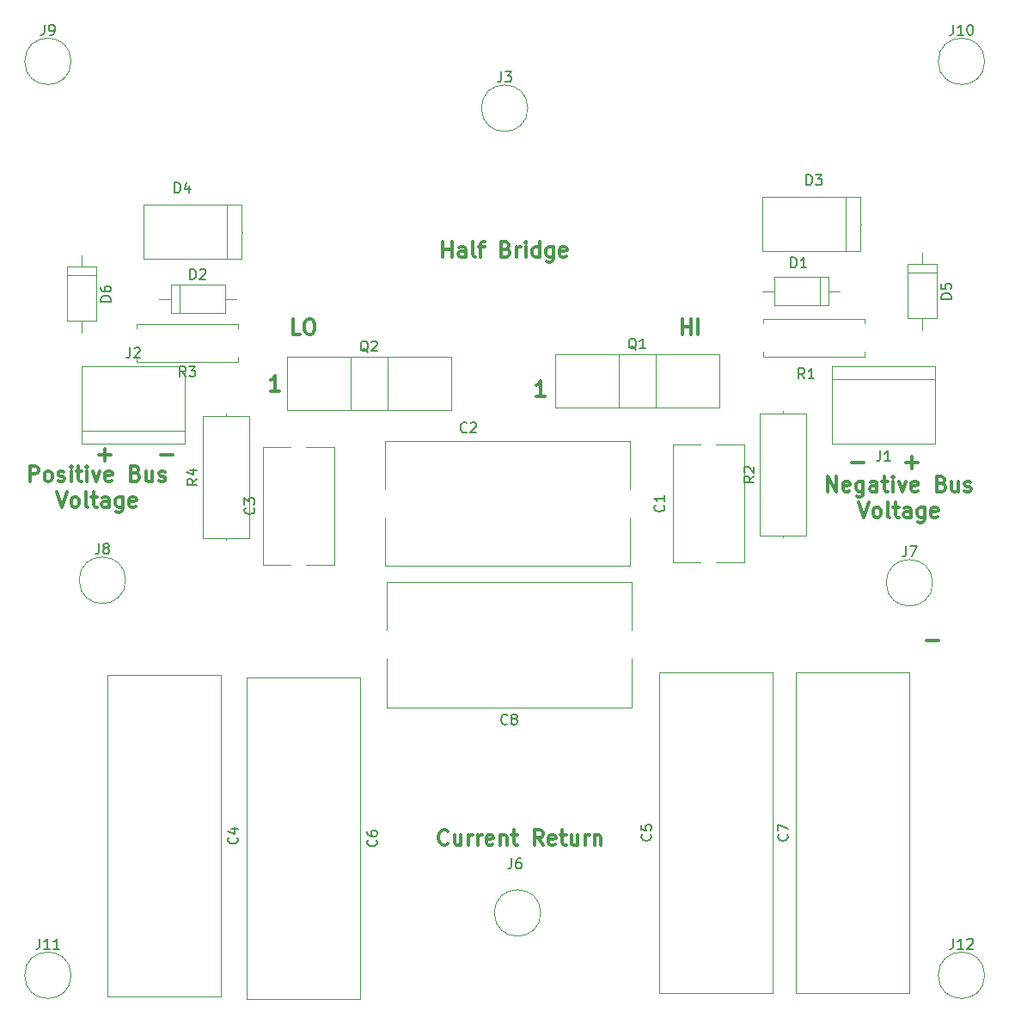
<source format=gbr>
G04 #@! TF.FileFunction,Legend,Top*
%FSLAX46Y46*%
G04 Gerber Fmt 4.6, Leading zero omitted, Abs format (unit mm)*
G04 Created by KiCad (PCBNEW 4.0.7) date 02/11/18 22:43:29*
%MOMM*%
%LPD*%
G01*
G04 APERTURE LIST*
%ADD10C,0.100000*%
%ADD11C,0.300000*%
%ADD12C,0.120000*%
%ADD13C,0.150000*%
G04 APERTURE END LIST*
D10*
D11*
X129222572Y-89515143D02*
X130365429Y-89515143D01*
X136588572Y-107041143D02*
X137731429Y-107041143D01*
X55054572Y-88753143D02*
X56197429Y-88753143D01*
X55626000Y-89324571D02*
X55626000Y-88181714D01*
X61150572Y-88753143D02*
X62293429Y-88753143D01*
X134556572Y-89515143D02*
X135699429Y-89515143D01*
X135128000Y-90086571D02*
X135128000Y-88943714D01*
X98980572Y-82974571D02*
X98123429Y-82974571D01*
X98552001Y-82974571D02*
X98552001Y-81474571D01*
X98409144Y-81688857D01*
X98266286Y-81831714D01*
X98123429Y-81903143D01*
X72818572Y-82466571D02*
X71961429Y-82466571D01*
X72390001Y-82466571D02*
X72390001Y-80966571D01*
X72247144Y-81180857D01*
X72104286Y-81323714D01*
X71961429Y-81395143D01*
X112498286Y-76878571D02*
X112498286Y-75378571D01*
X112498286Y-76092857D02*
X113355429Y-76092857D01*
X113355429Y-76878571D02*
X113355429Y-75378571D01*
X114069715Y-76878571D02*
X114069715Y-75378571D01*
X74862572Y-76878571D02*
X74148286Y-76878571D01*
X74148286Y-75378571D01*
X75648286Y-75378571D02*
X75934000Y-75378571D01*
X76076858Y-75450000D01*
X76219715Y-75592857D01*
X76291143Y-75878571D01*
X76291143Y-76378571D01*
X76219715Y-76664286D01*
X76076858Y-76807143D01*
X75934000Y-76878571D01*
X75648286Y-76878571D01*
X75505429Y-76807143D01*
X75362572Y-76664286D01*
X75291143Y-76378571D01*
X75291143Y-75878571D01*
X75362572Y-75592857D01*
X75505429Y-75450000D01*
X75648286Y-75378571D01*
X89412858Y-127027714D02*
X89341429Y-127099143D01*
X89127143Y-127170571D01*
X88984286Y-127170571D01*
X88770001Y-127099143D01*
X88627143Y-126956286D01*
X88555715Y-126813429D01*
X88484286Y-126527714D01*
X88484286Y-126313429D01*
X88555715Y-126027714D01*
X88627143Y-125884857D01*
X88770001Y-125742000D01*
X88984286Y-125670571D01*
X89127143Y-125670571D01*
X89341429Y-125742000D01*
X89412858Y-125813429D01*
X90698572Y-126170571D02*
X90698572Y-127170571D01*
X90055715Y-126170571D02*
X90055715Y-126956286D01*
X90127143Y-127099143D01*
X90270001Y-127170571D01*
X90484286Y-127170571D01*
X90627143Y-127099143D01*
X90698572Y-127027714D01*
X91412858Y-127170571D02*
X91412858Y-126170571D01*
X91412858Y-126456286D02*
X91484286Y-126313429D01*
X91555715Y-126242000D01*
X91698572Y-126170571D01*
X91841429Y-126170571D01*
X92341429Y-127170571D02*
X92341429Y-126170571D01*
X92341429Y-126456286D02*
X92412857Y-126313429D01*
X92484286Y-126242000D01*
X92627143Y-126170571D01*
X92770000Y-126170571D01*
X93841428Y-127099143D02*
X93698571Y-127170571D01*
X93412857Y-127170571D01*
X93270000Y-127099143D01*
X93198571Y-126956286D01*
X93198571Y-126384857D01*
X93270000Y-126242000D01*
X93412857Y-126170571D01*
X93698571Y-126170571D01*
X93841428Y-126242000D01*
X93912857Y-126384857D01*
X93912857Y-126527714D01*
X93198571Y-126670571D01*
X94555714Y-126170571D02*
X94555714Y-127170571D01*
X94555714Y-126313429D02*
X94627142Y-126242000D01*
X94770000Y-126170571D01*
X94984285Y-126170571D01*
X95127142Y-126242000D01*
X95198571Y-126384857D01*
X95198571Y-127170571D01*
X95698571Y-126170571D02*
X96270000Y-126170571D01*
X95912857Y-125670571D02*
X95912857Y-126956286D01*
X95984285Y-127099143D01*
X96127143Y-127170571D01*
X96270000Y-127170571D01*
X98770000Y-127170571D02*
X98270000Y-126456286D01*
X97912857Y-127170571D02*
X97912857Y-125670571D01*
X98484285Y-125670571D01*
X98627143Y-125742000D01*
X98698571Y-125813429D01*
X98770000Y-125956286D01*
X98770000Y-126170571D01*
X98698571Y-126313429D01*
X98627143Y-126384857D01*
X98484285Y-126456286D01*
X97912857Y-126456286D01*
X99984285Y-127099143D02*
X99841428Y-127170571D01*
X99555714Y-127170571D01*
X99412857Y-127099143D01*
X99341428Y-126956286D01*
X99341428Y-126384857D01*
X99412857Y-126242000D01*
X99555714Y-126170571D01*
X99841428Y-126170571D01*
X99984285Y-126242000D01*
X100055714Y-126384857D01*
X100055714Y-126527714D01*
X99341428Y-126670571D01*
X100484285Y-126170571D02*
X101055714Y-126170571D01*
X100698571Y-125670571D02*
X100698571Y-126956286D01*
X100769999Y-127099143D01*
X100912857Y-127170571D01*
X101055714Y-127170571D01*
X102198571Y-126170571D02*
X102198571Y-127170571D01*
X101555714Y-126170571D02*
X101555714Y-126956286D01*
X101627142Y-127099143D01*
X101770000Y-127170571D01*
X101984285Y-127170571D01*
X102127142Y-127099143D01*
X102198571Y-127027714D01*
X102912857Y-127170571D02*
X102912857Y-126170571D01*
X102912857Y-126456286D02*
X102984285Y-126313429D01*
X103055714Y-126242000D01*
X103198571Y-126170571D01*
X103341428Y-126170571D01*
X103841428Y-126170571D02*
X103841428Y-127170571D01*
X103841428Y-126313429D02*
X103912856Y-126242000D01*
X104055714Y-126170571D01*
X104269999Y-126170571D01*
X104412856Y-126242000D01*
X104484285Y-126384857D01*
X104484285Y-127170571D01*
X88924572Y-69258571D02*
X88924572Y-67758571D01*
X88924572Y-68472857D02*
X89781715Y-68472857D01*
X89781715Y-69258571D02*
X89781715Y-67758571D01*
X91138858Y-69258571D02*
X91138858Y-68472857D01*
X91067429Y-68330000D01*
X90924572Y-68258571D01*
X90638858Y-68258571D01*
X90496001Y-68330000D01*
X91138858Y-69187143D02*
X90996001Y-69258571D01*
X90638858Y-69258571D01*
X90496001Y-69187143D01*
X90424572Y-69044286D01*
X90424572Y-68901429D01*
X90496001Y-68758571D01*
X90638858Y-68687143D01*
X90996001Y-68687143D01*
X91138858Y-68615714D01*
X92067430Y-69258571D02*
X91924572Y-69187143D01*
X91853144Y-69044286D01*
X91853144Y-67758571D01*
X92424572Y-68258571D02*
X92996001Y-68258571D01*
X92638858Y-69258571D02*
X92638858Y-67972857D01*
X92710286Y-67830000D01*
X92853144Y-67758571D01*
X92996001Y-67758571D01*
X95138858Y-68472857D02*
X95353144Y-68544286D01*
X95424572Y-68615714D01*
X95496001Y-68758571D01*
X95496001Y-68972857D01*
X95424572Y-69115714D01*
X95353144Y-69187143D01*
X95210286Y-69258571D01*
X94638858Y-69258571D01*
X94638858Y-67758571D01*
X95138858Y-67758571D01*
X95281715Y-67830000D01*
X95353144Y-67901429D01*
X95424572Y-68044286D01*
X95424572Y-68187143D01*
X95353144Y-68330000D01*
X95281715Y-68401429D01*
X95138858Y-68472857D01*
X94638858Y-68472857D01*
X96138858Y-69258571D02*
X96138858Y-68258571D01*
X96138858Y-68544286D02*
X96210286Y-68401429D01*
X96281715Y-68330000D01*
X96424572Y-68258571D01*
X96567429Y-68258571D01*
X97067429Y-69258571D02*
X97067429Y-68258571D01*
X97067429Y-67758571D02*
X96996000Y-67830000D01*
X97067429Y-67901429D01*
X97138857Y-67830000D01*
X97067429Y-67758571D01*
X97067429Y-67901429D01*
X98424572Y-69258571D02*
X98424572Y-67758571D01*
X98424572Y-69187143D02*
X98281715Y-69258571D01*
X97996001Y-69258571D01*
X97853143Y-69187143D01*
X97781715Y-69115714D01*
X97710286Y-68972857D01*
X97710286Y-68544286D01*
X97781715Y-68401429D01*
X97853143Y-68330000D01*
X97996001Y-68258571D01*
X98281715Y-68258571D01*
X98424572Y-68330000D01*
X99781715Y-68258571D02*
X99781715Y-69472857D01*
X99710286Y-69615714D01*
X99638858Y-69687143D01*
X99496001Y-69758571D01*
X99281715Y-69758571D01*
X99138858Y-69687143D01*
X99781715Y-69187143D02*
X99638858Y-69258571D01*
X99353144Y-69258571D01*
X99210286Y-69187143D01*
X99138858Y-69115714D01*
X99067429Y-68972857D01*
X99067429Y-68544286D01*
X99138858Y-68401429D01*
X99210286Y-68330000D01*
X99353144Y-68258571D01*
X99638858Y-68258571D01*
X99781715Y-68330000D01*
X101067429Y-69187143D02*
X100924572Y-69258571D01*
X100638858Y-69258571D01*
X100496001Y-69187143D01*
X100424572Y-69044286D01*
X100424572Y-68472857D01*
X100496001Y-68330000D01*
X100638858Y-68258571D01*
X100924572Y-68258571D01*
X101067429Y-68330000D01*
X101138858Y-68472857D01*
X101138858Y-68615714D01*
X100424572Y-68758571D01*
X126822286Y-92367571D02*
X126822286Y-90867571D01*
X127679429Y-92367571D01*
X127679429Y-90867571D01*
X128965143Y-92296143D02*
X128822286Y-92367571D01*
X128536572Y-92367571D01*
X128393715Y-92296143D01*
X128322286Y-92153286D01*
X128322286Y-91581857D01*
X128393715Y-91439000D01*
X128536572Y-91367571D01*
X128822286Y-91367571D01*
X128965143Y-91439000D01*
X129036572Y-91581857D01*
X129036572Y-91724714D01*
X128322286Y-91867571D01*
X130322286Y-91367571D02*
X130322286Y-92581857D01*
X130250857Y-92724714D01*
X130179429Y-92796143D01*
X130036572Y-92867571D01*
X129822286Y-92867571D01*
X129679429Y-92796143D01*
X130322286Y-92296143D02*
X130179429Y-92367571D01*
X129893715Y-92367571D01*
X129750857Y-92296143D01*
X129679429Y-92224714D01*
X129608000Y-92081857D01*
X129608000Y-91653286D01*
X129679429Y-91510429D01*
X129750857Y-91439000D01*
X129893715Y-91367571D01*
X130179429Y-91367571D01*
X130322286Y-91439000D01*
X131679429Y-92367571D02*
X131679429Y-91581857D01*
X131608000Y-91439000D01*
X131465143Y-91367571D01*
X131179429Y-91367571D01*
X131036572Y-91439000D01*
X131679429Y-92296143D02*
X131536572Y-92367571D01*
X131179429Y-92367571D01*
X131036572Y-92296143D01*
X130965143Y-92153286D01*
X130965143Y-92010429D01*
X131036572Y-91867571D01*
X131179429Y-91796143D01*
X131536572Y-91796143D01*
X131679429Y-91724714D01*
X132179429Y-91367571D02*
X132750858Y-91367571D01*
X132393715Y-90867571D02*
X132393715Y-92153286D01*
X132465143Y-92296143D01*
X132608001Y-92367571D01*
X132750858Y-92367571D01*
X133250858Y-92367571D02*
X133250858Y-91367571D01*
X133250858Y-90867571D02*
X133179429Y-90939000D01*
X133250858Y-91010429D01*
X133322286Y-90939000D01*
X133250858Y-90867571D01*
X133250858Y-91010429D01*
X133822287Y-91367571D02*
X134179430Y-92367571D01*
X134536572Y-91367571D01*
X135679429Y-92296143D02*
X135536572Y-92367571D01*
X135250858Y-92367571D01*
X135108001Y-92296143D01*
X135036572Y-92153286D01*
X135036572Y-91581857D01*
X135108001Y-91439000D01*
X135250858Y-91367571D01*
X135536572Y-91367571D01*
X135679429Y-91439000D01*
X135750858Y-91581857D01*
X135750858Y-91724714D01*
X135036572Y-91867571D01*
X138036572Y-91581857D02*
X138250858Y-91653286D01*
X138322286Y-91724714D01*
X138393715Y-91867571D01*
X138393715Y-92081857D01*
X138322286Y-92224714D01*
X138250858Y-92296143D01*
X138108000Y-92367571D01*
X137536572Y-92367571D01*
X137536572Y-90867571D01*
X138036572Y-90867571D01*
X138179429Y-90939000D01*
X138250858Y-91010429D01*
X138322286Y-91153286D01*
X138322286Y-91296143D01*
X138250858Y-91439000D01*
X138179429Y-91510429D01*
X138036572Y-91581857D01*
X137536572Y-91581857D01*
X139679429Y-91367571D02*
X139679429Y-92367571D01*
X139036572Y-91367571D02*
X139036572Y-92153286D01*
X139108000Y-92296143D01*
X139250858Y-92367571D01*
X139465143Y-92367571D01*
X139608000Y-92296143D01*
X139679429Y-92224714D01*
X140322286Y-92296143D02*
X140465143Y-92367571D01*
X140750858Y-92367571D01*
X140893715Y-92296143D01*
X140965143Y-92153286D01*
X140965143Y-92081857D01*
X140893715Y-91939000D01*
X140750858Y-91867571D01*
X140536572Y-91867571D01*
X140393715Y-91796143D01*
X140322286Y-91653286D01*
X140322286Y-91581857D01*
X140393715Y-91439000D01*
X140536572Y-91367571D01*
X140750858Y-91367571D01*
X140893715Y-91439000D01*
X129858000Y-93417571D02*
X130358000Y-94917571D01*
X130858000Y-93417571D01*
X131572286Y-94917571D02*
X131429428Y-94846143D01*
X131358000Y-94774714D01*
X131286571Y-94631857D01*
X131286571Y-94203286D01*
X131358000Y-94060429D01*
X131429428Y-93989000D01*
X131572286Y-93917571D01*
X131786571Y-93917571D01*
X131929428Y-93989000D01*
X132000857Y-94060429D01*
X132072286Y-94203286D01*
X132072286Y-94631857D01*
X132000857Y-94774714D01*
X131929428Y-94846143D01*
X131786571Y-94917571D01*
X131572286Y-94917571D01*
X132929429Y-94917571D02*
X132786571Y-94846143D01*
X132715143Y-94703286D01*
X132715143Y-93417571D01*
X133286571Y-93917571D02*
X133858000Y-93917571D01*
X133500857Y-93417571D02*
X133500857Y-94703286D01*
X133572285Y-94846143D01*
X133715143Y-94917571D01*
X133858000Y-94917571D01*
X135000857Y-94917571D02*
X135000857Y-94131857D01*
X134929428Y-93989000D01*
X134786571Y-93917571D01*
X134500857Y-93917571D01*
X134358000Y-93989000D01*
X135000857Y-94846143D02*
X134858000Y-94917571D01*
X134500857Y-94917571D01*
X134358000Y-94846143D01*
X134286571Y-94703286D01*
X134286571Y-94560429D01*
X134358000Y-94417571D01*
X134500857Y-94346143D01*
X134858000Y-94346143D01*
X135000857Y-94274714D01*
X136358000Y-93917571D02*
X136358000Y-95131857D01*
X136286571Y-95274714D01*
X136215143Y-95346143D01*
X136072286Y-95417571D01*
X135858000Y-95417571D01*
X135715143Y-95346143D01*
X136358000Y-94846143D02*
X136215143Y-94917571D01*
X135929429Y-94917571D01*
X135786571Y-94846143D01*
X135715143Y-94774714D01*
X135643714Y-94631857D01*
X135643714Y-94203286D01*
X135715143Y-94060429D01*
X135786571Y-93989000D01*
X135929429Y-93917571D01*
X136215143Y-93917571D01*
X136358000Y-93989000D01*
X137643714Y-94846143D02*
X137500857Y-94917571D01*
X137215143Y-94917571D01*
X137072286Y-94846143D01*
X137000857Y-94703286D01*
X137000857Y-94131857D01*
X137072286Y-93989000D01*
X137215143Y-93917571D01*
X137500857Y-93917571D01*
X137643714Y-93989000D01*
X137715143Y-94131857D01*
X137715143Y-94274714D01*
X137000857Y-94417571D01*
X48221143Y-91351571D02*
X48221143Y-89851571D01*
X48792571Y-89851571D01*
X48935429Y-89923000D01*
X49006857Y-89994429D01*
X49078286Y-90137286D01*
X49078286Y-90351571D01*
X49006857Y-90494429D01*
X48935429Y-90565857D01*
X48792571Y-90637286D01*
X48221143Y-90637286D01*
X49935429Y-91351571D02*
X49792571Y-91280143D01*
X49721143Y-91208714D01*
X49649714Y-91065857D01*
X49649714Y-90637286D01*
X49721143Y-90494429D01*
X49792571Y-90423000D01*
X49935429Y-90351571D01*
X50149714Y-90351571D01*
X50292571Y-90423000D01*
X50364000Y-90494429D01*
X50435429Y-90637286D01*
X50435429Y-91065857D01*
X50364000Y-91208714D01*
X50292571Y-91280143D01*
X50149714Y-91351571D01*
X49935429Y-91351571D01*
X51006857Y-91280143D02*
X51149714Y-91351571D01*
X51435429Y-91351571D01*
X51578286Y-91280143D01*
X51649714Y-91137286D01*
X51649714Y-91065857D01*
X51578286Y-90923000D01*
X51435429Y-90851571D01*
X51221143Y-90851571D01*
X51078286Y-90780143D01*
X51006857Y-90637286D01*
X51006857Y-90565857D01*
X51078286Y-90423000D01*
X51221143Y-90351571D01*
X51435429Y-90351571D01*
X51578286Y-90423000D01*
X52292572Y-91351571D02*
X52292572Y-90351571D01*
X52292572Y-89851571D02*
X52221143Y-89923000D01*
X52292572Y-89994429D01*
X52364000Y-89923000D01*
X52292572Y-89851571D01*
X52292572Y-89994429D01*
X52792572Y-90351571D02*
X53364001Y-90351571D01*
X53006858Y-89851571D02*
X53006858Y-91137286D01*
X53078286Y-91280143D01*
X53221144Y-91351571D01*
X53364001Y-91351571D01*
X53864001Y-91351571D02*
X53864001Y-90351571D01*
X53864001Y-89851571D02*
X53792572Y-89923000D01*
X53864001Y-89994429D01*
X53935429Y-89923000D01*
X53864001Y-89851571D01*
X53864001Y-89994429D01*
X54435430Y-90351571D02*
X54792573Y-91351571D01*
X55149715Y-90351571D01*
X56292572Y-91280143D02*
X56149715Y-91351571D01*
X55864001Y-91351571D01*
X55721144Y-91280143D01*
X55649715Y-91137286D01*
X55649715Y-90565857D01*
X55721144Y-90423000D01*
X55864001Y-90351571D01*
X56149715Y-90351571D01*
X56292572Y-90423000D01*
X56364001Y-90565857D01*
X56364001Y-90708714D01*
X55649715Y-90851571D01*
X58649715Y-90565857D02*
X58864001Y-90637286D01*
X58935429Y-90708714D01*
X59006858Y-90851571D01*
X59006858Y-91065857D01*
X58935429Y-91208714D01*
X58864001Y-91280143D01*
X58721143Y-91351571D01*
X58149715Y-91351571D01*
X58149715Y-89851571D01*
X58649715Y-89851571D01*
X58792572Y-89923000D01*
X58864001Y-89994429D01*
X58935429Y-90137286D01*
X58935429Y-90280143D01*
X58864001Y-90423000D01*
X58792572Y-90494429D01*
X58649715Y-90565857D01*
X58149715Y-90565857D01*
X60292572Y-90351571D02*
X60292572Y-91351571D01*
X59649715Y-90351571D02*
X59649715Y-91137286D01*
X59721143Y-91280143D01*
X59864001Y-91351571D01*
X60078286Y-91351571D01*
X60221143Y-91280143D01*
X60292572Y-91208714D01*
X60935429Y-91280143D02*
X61078286Y-91351571D01*
X61364001Y-91351571D01*
X61506858Y-91280143D01*
X61578286Y-91137286D01*
X61578286Y-91065857D01*
X61506858Y-90923000D01*
X61364001Y-90851571D01*
X61149715Y-90851571D01*
X61006858Y-90780143D01*
X60935429Y-90637286D01*
X60935429Y-90565857D01*
X61006858Y-90423000D01*
X61149715Y-90351571D01*
X61364001Y-90351571D01*
X61506858Y-90423000D01*
X50864000Y-92401571D02*
X51364000Y-93901571D01*
X51864000Y-92401571D01*
X52578286Y-93901571D02*
X52435428Y-93830143D01*
X52364000Y-93758714D01*
X52292571Y-93615857D01*
X52292571Y-93187286D01*
X52364000Y-93044429D01*
X52435428Y-92973000D01*
X52578286Y-92901571D01*
X52792571Y-92901571D01*
X52935428Y-92973000D01*
X53006857Y-93044429D01*
X53078286Y-93187286D01*
X53078286Y-93615857D01*
X53006857Y-93758714D01*
X52935428Y-93830143D01*
X52792571Y-93901571D01*
X52578286Y-93901571D01*
X53935429Y-93901571D02*
X53792571Y-93830143D01*
X53721143Y-93687286D01*
X53721143Y-92401571D01*
X54292571Y-92901571D02*
X54864000Y-92901571D01*
X54506857Y-92401571D02*
X54506857Y-93687286D01*
X54578285Y-93830143D01*
X54721143Y-93901571D01*
X54864000Y-93901571D01*
X56006857Y-93901571D02*
X56006857Y-93115857D01*
X55935428Y-92973000D01*
X55792571Y-92901571D01*
X55506857Y-92901571D01*
X55364000Y-92973000D01*
X56006857Y-93830143D02*
X55864000Y-93901571D01*
X55506857Y-93901571D01*
X55364000Y-93830143D01*
X55292571Y-93687286D01*
X55292571Y-93544429D01*
X55364000Y-93401571D01*
X55506857Y-93330143D01*
X55864000Y-93330143D01*
X56006857Y-93258714D01*
X57364000Y-92901571D02*
X57364000Y-94115857D01*
X57292571Y-94258714D01*
X57221143Y-94330143D01*
X57078286Y-94401571D01*
X56864000Y-94401571D01*
X56721143Y-94330143D01*
X57364000Y-93830143D02*
X57221143Y-93901571D01*
X56935429Y-93901571D01*
X56792571Y-93830143D01*
X56721143Y-93758714D01*
X56649714Y-93615857D01*
X56649714Y-93187286D01*
X56721143Y-93044429D01*
X56792571Y-92973000D01*
X56935429Y-92901571D01*
X57221143Y-92901571D01*
X57364000Y-92973000D01*
X58649714Y-93830143D02*
X58506857Y-93901571D01*
X58221143Y-93901571D01*
X58078286Y-93830143D01*
X58006857Y-93687286D01*
X58006857Y-93115857D01*
X58078286Y-92973000D01*
X58221143Y-92901571D01*
X58506857Y-92901571D01*
X58649714Y-92973000D01*
X58721143Y-93115857D01*
X58721143Y-93258714D01*
X58006857Y-93401571D01*
D12*
X127254000Y-81280000D02*
X137414000Y-81280000D01*
X127254000Y-80010000D02*
X127254000Y-87630000D01*
X127254000Y-87630000D02*
X137414000Y-87630000D01*
X137414000Y-87630000D02*
X137414000Y-80010000D01*
X137414000Y-80010000D02*
X127254000Y-80010000D01*
X111552000Y-99362000D02*
X111552000Y-87742000D01*
X118572000Y-99362000D02*
X118572000Y-87742000D01*
X111552000Y-99362000D02*
X114312000Y-99362000D01*
X115812000Y-99362000D02*
X118572000Y-99362000D01*
X111552000Y-87742000D02*
X114312000Y-87742000D01*
X115812000Y-87742000D02*
X118572000Y-87742000D01*
X107306000Y-99704000D02*
X83186000Y-99704000D01*
X107306000Y-87384000D02*
X83186000Y-87384000D01*
X107306000Y-99704000D02*
X107306000Y-94939000D01*
X107306000Y-92149000D02*
X107306000Y-87384000D01*
X83186000Y-99704000D02*
X83186000Y-94939000D01*
X83186000Y-92149000D02*
X83186000Y-87384000D01*
X71166000Y-99616000D02*
X71166000Y-87996000D01*
X78186000Y-99616000D02*
X78186000Y-87996000D01*
X71166000Y-99616000D02*
X73926000Y-99616000D01*
X75426000Y-99616000D02*
X78186000Y-99616000D01*
X71166000Y-87996000D02*
X73926000Y-87996000D01*
X75426000Y-87996000D02*
X78186000Y-87996000D01*
X63500000Y-86360000D02*
X53340000Y-86360000D01*
X63500000Y-87630000D02*
X63500000Y-80010000D01*
X63500000Y-80010000D02*
X53340000Y-80010000D01*
X53340000Y-80010000D02*
X53340000Y-87630000D01*
X53340000Y-87630000D02*
X63500000Y-87630000D01*
X97282000Y-54610000D02*
G75*
G03X97282000Y-54610000I-2286000J0D01*
G01*
X98552000Y-133858000D02*
G75*
G03X98552000Y-133858000I-2286000J0D01*
G01*
X137160000Y-101346000D02*
G75*
G03X137160000Y-101346000I-2286000J0D01*
G01*
X57658000Y-101092000D02*
G75*
G03X57658000Y-101092000I-2286000J0D01*
G01*
X99996000Y-78829000D02*
X116136000Y-78829000D01*
X99996000Y-84100000D02*
X116136000Y-84100000D01*
X99996000Y-78829000D02*
X99996000Y-84100000D01*
X116136000Y-78829000D02*
X116136000Y-84100000D01*
X106262000Y-78829000D02*
X106262000Y-84100000D01*
X109871000Y-78829000D02*
X109871000Y-84100000D01*
X73580000Y-79083000D02*
X89720000Y-79083000D01*
X73580000Y-84354000D02*
X89720000Y-84354000D01*
X73580000Y-79083000D02*
X73580000Y-84354000D01*
X89720000Y-79083000D02*
X89720000Y-84354000D01*
X79846000Y-79083000D02*
X79846000Y-84354000D01*
X83455000Y-79083000D02*
X83455000Y-84354000D01*
X120118000Y-96688000D02*
X124738000Y-96688000D01*
X124738000Y-96688000D02*
X124738000Y-84668000D01*
X124738000Y-84668000D02*
X120118000Y-84668000D01*
X120118000Y-84668000D02*
X120118000Y-96688000D01*
X122428000Y-96918000D02*
X122428000Y-96688000D01*
X122428000Y-84438000D02*
X122428000Y-84668000D01*
X65254000Y-96942000D02*
X69874000Y-96942000D01*
X69874000Y-96942000D02*
X69874000Y-84922000D01*
X69874000Y-84922000D02*
X65254000Y-84922000D01*
X65254000Y-84922000D02*
X65254000Y-96942000D01*
X67564000Y-97172000D02*
X67564000Y-96942000D01*
X67564000Y-84692000D02*
X67564000Y-84922000D01*
X52286000Y-50000000D02*
G75*
G03X52286000Y-50000000I-2286000J0D01*
G01*
X142286000Y-50000000D02*
G75*
G03X142286000Y-50000000I-2286000J0D01*
G01*
X52286000Y-140000000D02*
G75*
G03X52286000Y-140000000I-2286000J0D01*
G01*
X142286000Y-140000000D02*
G75*
G03X142286000Y-140000000I-2286000J0D01*
G01*
X54750000Y-70238000D02*
X51930000Y-70238000D01*
X51930000Y-70238000D02*
X51930000Y-75558000D01*
X51930000Y-75558000D02*
X54750000Y-75558000D01*
X54750000Y-75558000D02*
X54750000Y-70238000D01*
X53340000Y-69098000D02*
X53340000Y-70238000D01*
X53340000Y-76698000D02*
X53340000Y-75558000D01*
X54750000Y-71078000D02*
X51930000Y-71078000D01*
X137554000Y-69984000D02*
X134734000Y-69984000D01*
X134734000Y-69984000D02*
X134734000Y-75304000D01*
X134734000Y-75304000D02*
X137554000Y-75304000D01*
X137554000Y-75304000D02*
X137554000Y-69984000D01*
X136144000Y-68844000D02*
X136144000Y-69984000D01*
X136144000Y-76444000D02*
X136144000Y-75304000D01*
X137554000Y-70824000D02*
X134734000Y-70824000D01*
X107490000Y-113602000D02*
X83370000Y-113602000D01*
X107490000Y-101282000D02*
X83370000Y-101282000D01*
X107490000Y-113602000D02*
X107490000Y-108837000D01*
X107490000Y-106047000D02*
X107490000Y-101282000D01*
X83370000Y-113602000D02*
X83370000Y-108837000D01*
X83370000Y-106047000D02*
X83370000Y-101282000D01*
X126866000Y-74054000D02*
X126866000Y-71234000D01*
X126866000Y-71234000D02*
X121546000Y-71234000D01*
X121546000Y-71234000D02*
X121546000Y-74054000D01*
X121546000Y-74054000D02*
X126866000Y-74054000D01*
X128006000Y-72644000D02*
X126866000Y-72644000D01*
X120406000Y-72644000D02*
X121546000Y-72644000D01*
X126026000Y-74054000D02*
X126026000Y-71234000D01*
X62110000Y-71996000D02*
X62110000Y-74816000D01*
X62110000Y-74816000D02*
X67430000Y-74816000D01*
X67430000Y-74816000D02*
X67430000Y-71996000D01*
X67430000Y-71996000D02*
X62110000Y-71996000D01*
X60970000Y-73406000D02*
X62110000Y-73406000D01*
X68570000Y-73406000D02*
X67430000Y-73406000D01*
X62950000Y-71996000D02*
X62950000Y-74816000D01*
X120466000Y-75836000D02*
X120466000Y-75356000D01*
X120466000Y-75356000D02*
X130486000Y-75356000D01*
X130486000Y-75356000D02*
X130486000Y-75836000D01*
X120466000Y-78596000D02*
X120466000Y-79076000D01*
X120466000Y-79076000D02*
X130486000Y-79076000D01*
X130486000Y-79076000D02*
X130486000Y-78596000D01*
X68764000Y-79104000D02*
X68764000Y-79584000D01*
X68764000Y-79584000D02*
X58744000Y-79584000D01*
X58744000Y-79584000D02*
X58744000Y-79104000D01*
X68764000Y-76344000D02*
X68764000Y-75864000D01*
X68764000Y-75864000D02*
X58744000Y-75864000D01*
X58744000Y-75864000D02*
X58744000Y-76344000D01*
X67028000Y-110462000D02*
X67028000Y-142082000D01*
X55908000Y-110462000D02*
X55908000Y-142082000D01*
X67028000Y-110462000D02*
X55908000Y-110462000D01*
X67028000Y-142082000D02*
X55908000Y-142082000D01*
X110264000Y-141760000D02*
X110264000Y-110140000D01*
X121384000Y-141760000D02*
X121384000Y-110140000D01*
X110264000Y-141760000D02*
X121384000Y-141760000D01*
X110264000Y-110140000D02*
X121384000Y-110140000D01*
X80744000Y-110716000D02*
X80744000Y-142336000D01*
X69624000Y-110716000D02*
X69624000Y-142336000D01*
X80744000Y-110716000D02*
X69624000Y-110716000D01*
X80744000Y-142336000D02*
X69624000Y-142336000D01*
X123726000Y-141760000D02*
X123726000Y-110140000D01*
X134846000Y-141760000D02*
X134846000Y-110140000D01*
X123726000Y-141760000D02*
X134846000Y-141760000D01*
X123726000Y-110140000D02*
X134846000Y-110140000D01*
X130047000Y-68705000D02*
X130047000Y-63375000D01*
X130047000Y-63375000D02*
X120397000Y-63375000D01*
X120397000Y-63375000D02*
X120397000Y-68705000D01*
X120397000Y-68705000D02*
X130047000Y-68705000D01*
X130092000Y-66040000D02*
X130047000Y-66040000D01*
X120352000Y-66040000D02*
X120397000Y-66040000D01*
X128557500Y-68705000D02*
X128557500Y-63375000D01*
X69087000Y-69467000D02*
X69087000Y-64137000D01*
X69087000Y-64137000D02*
X59437000Y-64137000D01*
X59437000Y-64137000D02*
X59437000Y-69467000D01*
X59437000Y-69467000D02*
X69087000Y-69467000D01*
X69132000Y-66802000D02*
X69087000Y-66802000D01*
X59392000Y-66802000D02*
X59437000Y-66802000D01*
X67597500Y-69467000D02*
X67597500Y-64137000D01*
D13*
X132000667Y-88352381D02*
X132000667Y-89066667D01*
X131953047Y-89209524D01*
X131857809Y-89304762D01*
X131714952Y-89352381D01*
X131619714Y-89352381D01*
X133000667Y-89352381D02*
X132429238Y-89352381D01*
X132714952Y-89352381D02*
X132714952Y-88352381D01*
X132619714Y-88495238D01*
X132524476Y-88590476D01*
X132429238Y-88638095D01*
X110659143Y-93718666D02*
X110706762Y-93766285D01*
X110754381Y-93909142D01*
X110754381Y-94004380D01*
X110706762Y-94147238D01*
X110611524Y-94242476D01*
X110516286Y-94290095D01*
X110325810Y-94337714D01*
X110182952Y-94337714D01*
X109992476Y-94290095D01*
X109897238Y-94242476D01*
X109802000Y-94147238D01*
X109754381Y-94004380D01*
X109754381Y-93909142D01*
X109802000Y-93766285D01*
X109849619Y-93718666D01*
X110754381Y-92766285D02*
X110754381Y-93337714D01*
X110754381Y-93052000D02*
X109754381Y-93052000D01*
X109897238Y-93147238D01*
X109992476Y-93242476D01*
X110040095Y-93337714D01*
X91273334Y-86463143D02*
X91225715Y-86510762D01*
X91082858Y-86558381D01*
X90987620Y-86558381D01*
X90844762Y-86510762D01*
X90749524Y-86415524D01*
X90701905Y-86320286D01*
X90654286Y-86129810D01*
X90654286Y-85986952D01*
X90701905Y-85796476D01*
X90749524Y-85701238D01*
X90844762Y-85606000D01*
X90987620Y-85558381D01*
X91082858Y-85558381D01*
X91225715Y-85606000D01*
X91273334Y-85653619D01*
X91654286Y-85653619D02*
X91701905Y-85606000D01*
X91797143Y-85558381D01*
X92035239Y-85558381D01*
X92130477Y-85606000D01*
X92178096Y-85653619D01*
X92225715Y-85748857D01*
X92225715Y-85844095D01*
X92178096Y-85986952D01*
X91606667Y-86558381D01*
X92225715Y-86558381D01*
X70273143Y-93972666D02*
X70320762Y-94020285D01*
X70368381Y-94163142D01*
X70368381Y-94258380D01*
X70320762Y-94401238D01*
X70225524Y-94496476D01*
X70130286Y-94544095D01*
X69939810Y-94591714D01*
X69796952Y-94591714D01*
X69606476Y-94544095D01*
X69511238Y-94496476D01*
X69416000Y-94401238D01*
X69368381Y-94258380D01*
X69368381Y-94163142D01*
X69416000Y-94020285D01*
X69463619Y-93972666D01*
X69368381Y-93639333D02*
X69368381Y-93020285D01*
X69749333Y-93353619D01*
X69749333Y-93210761D01*
X69796952Y-93115523D01*
X69844571Y-93067904D01*
X69939810Y-93020285D01*
X70177905Y-93020285D01*
X70273143Y-93067904D01*
X70320762Y-93115523D01*
X70368381Y-93210761D01*
X70368381Y-93496476D01*
X70320762Y-93591714D01*
X70273143Y-93639333D01*
X58086667Y-78192381D02*
X58086667Y-78906667D01*
X58039047Y-79049524D01*
X57943809Y-79144762D01*
X57800952Y-79192381D01*
X57705714Y-79192381D01*
X58515238Y-78287619D02*
X58562857Y-78240000D01*
X58658095Y-78192381D01*
X58896191Y-78192381D01*
X58991429Y-78240000D01*
X59039048Y-78287619D01*
X59086667Y-78382857D01*
X59086667Y-78478095D01*
X59039048Y-78620952D01*
X58467619Y-79192381D01*
X59086667Y-79192381D01*
X94662667Y-51014381D02*
X94662667Y-51728667D01*
X94615047Y-51871524D01*
X94519809Y-51966762D01*
X94376952Y-52014381D01*
X94281714Y-52014381D01*
X95043619Y-51014381D02*
X95662667Y-51014381D01*
X95329333Y-51395333D01*
X95472191Y-51395333D01*
X95567429Y-51442952D01*
X95615048Y-51490571D01*
X95662667Y-51585810D01*
X95662667Y-51823905D01*
X95615048Y-51919143D01*
X95567429Y-51966762D01*
X95472191Y-52014381D01*
X95186476Y-52014381D01*
X95091238Y-51966762D01*
X95043619Y-51919143D01*
X95678667Y-128484381D02*
X95678667Y-129198667D01*
X95631047Y-129341524D01*
X95535809Y-129436762D01*
X95392952Y-129484381D01*
X95297714Y-129484381D01*
X96583429Y-128484381D02*
X96392952Y-128484381D01*
X96297714Y-128532000D01*
X96250095Y-128579619D01*
X96154857Y-128722476D01*
X96107238Y-128912952D01*
X96107238Y-129293905D01*
X96154857Y-129389143D01*
X96202476Y-129436762D01*
X96297714Y-129484381D01*
X96488191Y-129484381D01*
X96583429Y-129436762D01*
X96631048Y-129389143D01*
X96678667Y-129293905D01*
X96678667Y-129055810D01*
X96631048Y-128960571D01*
X96583429Y-128912952D01*
X96488191Y-128865333D01*
X96297714Y-128865333D01*
X96202476Y-128912952D01*
X96154857Y-128960571D01*
X96107238Y-129055810D01*
X134540667Y-97750381D02*
X134540667Y-98464667D01*
X134493047Y-98607524D01*
X134397809Y-98702762D01*
X134254952Y-98750381D01*
X134159714Y-98750381D01*
X134921619Y-97750381D02*
X135588286Y-97750381D01*
X135159714Y-98750381D01*
X55038667Y-97496381D02*
X55038667Y-98210667D01*
X54991047Y-98353524D01*
X54895809Y-98448762D01*
X54752952Y-98496381D01*
X54657714Y-98496381D01*
X55657714Y-97924952D02*
X55562476Y-97877333D01*
X55514857Y-97829714D01*
X55467238Y-97734476D01*
X55467238Y-97686857D01*
X55514857Y-97591619D01*
X55562476Y-97544000D01*
X55657714Y-97496381D01*
X55848191Y-97496381D01*
X55943429Y-97544000D01*
X55991048Y-97591619D01*
X56038667Y-97686857D01*
X56038667Y-97734476D01*
X55991048Y-97829714D01*
X55943429Y-97877333D01*
X55848191Y-97924952D01*
X55657714Y-97924952D01*
X55562476Y-97972571D01*
X55514857Y-98020190D01*
X55467238Y-98115429D01*
X55467238Y-98305905D01*
X55514857Y-98401143D01*
X55562476Y-98448762D01*
X55657714Y-98496381D01*
X55848191Y-98496381D01*
X55943429Y-98448762D01*
X55991048Y-98401143D01*
X56038667Y-98305905D01*
X56038667Y-98115429D01*
X55991048Y-98020190D01*
X55943429Y-97972571D01*
X55848191Y-97924952D01*
X107970762Y-78377619D02*
X107875524Y-78330000D01*
X107780286Y-78234762D01*
X107637429Y-78091905D01*
X107542190Y-78044286D01*
X107446952Y-78044286D01*
X107494571Y-78282381D02*
X107399333Y-78234762D01*
X107304095Y-78139524D01*
X107256476Y-77949048D01*
X107256476Y-77615714D01*
X107304095Y-77425238D01*
X107399333Y-77330000D01*
X107494571Y-77282381D01*
X107685048Y-77282381D01*
X107780286Y-77330000D01*
X107875524Y-77425238D01*
X107923143Y-77615714D01*
X107923143Y-77949048D01*
X107875524Y-78139524D01*
X107780286Y-78234762D01*
X107685048Y-78282381D01*
X107494571Y-78282381D01*
X108875524Y-78282381D02*
X108304095Y-78282381D01*
X108589809Y-78282381D02*
X108589809Y-77282381D01*
X108494571Y-77425238D01*
X108399333Y-77520476D01*
X108304095Y-77568095D01*
X81554762Y-78631619D02*
X81459524Y-78584000D01*
X81364286Y-78488762D01*
X81221429Y-78345905D01*
X81126190Y-78298286D01*
X81030952Y-78298286D01*
X81078571Y-78536381D02*
X80983333Y-78488762D01*
X80888095Y-78393524D01*
X80840476Y-78203048D01*
X80840476Y-77869714D01*
X80888095Y-77679238D01*
X80983333Y-77584000D01*
X81078571Y-77536381D01*
X81269048Y-77536381D01*
X81364286Y-77584000D01*
X81459524Y-77679238D01*
X81507143Y-77869714D01*
X81507143Y-78203048D01*
X81459524Y-78393524D01*
X81364286Y-78488762D01*
X81269048Y-78536381D01*
X81078571Y-78536381D01*
X81888095Y-77631619D02*
X81935714Y-77584000D01*
X82030952Y-77536381D01*
X82269048Y-77536381D01*
X82364286Y-77584000D01*
X82411905Y-77631619D01*
X82459524Y-77726857D01*
X82459524Y-77822095D01*
X82411905Y-77964952D01*
X81840476Y-78536381D01*
X82459524Y-78536381D01*
X119570381Y-90844666D02*
X119094190Y-91178000D01*
X119570381Y-91416095D02*
X118570381Y-91416095D01*
X118570381Y-91035142D01*
X118618000Y-90939904D01*
X118665619Y-90892285D01*
X118760857Y-90844666D01*
X118903714Y-90844666D01*
X118998952Y-90892285D01*
X119046571Y-90939904D01*
X119094190Y-91035142D01*
X119094190Y-91416095D01*
X118665619Y-90463714D02*
X118618000Y-90416095D01*
X118570381Y-90320857D01*
X118570381Y-90082761D01*
X118618000Y-89987523D01*
X118665619Y-89939904D01*
X118760857Y-89892285D01*
X118856095Y-89892285D01*
X118998952Y-89939904D01*
X119570381Y-90511333D01*
X119570381Y-89892285D01*
X64706381Y-91098666D02*
X64230190Y-91432000D01*
X64706381Y-91670095D02*
X63706381Y-91670095D01*
X63706381Y-91289142D01*
X63754000Y-91193904D01*
X63801619Y-91146285D01*
X63896857Y-91098666D01*
X64039714Y-91098666D01*
X64134952Y-91146285D01*
X64182571Y-91193904D01*
X64230190Y-91289142D01*
X64230190Y-91670095D01*
X64039714Y-90241523D02*
X64706381Y-90241523D01*
X63658762Y-90479619D02*
X64373048Y-90717714D01*
X64373048Y-90098666D01*
X49666667Y-46404381D02*
X49666667Y-47118667D01*
X49619047Y-47261524D01*
X49523809Y-47356762D01*
X49380952Y-47404381D01*
X49285714Y-47404381D01*
X50190476Y-47404381D02*
X50380952Y-47404381D01*
X50476191Y-47356762D01*
X50523810Y-47309143D01*
X50619048Y-47166286D01*
X50666667Y-46975810D01*
X50666667Y-46594857D01*
X50619048Y-46499619D01*
X50571429Y-46452000D01*
X50476191Y-46404381D01*
X50285714Y-46404381D01*
X50190476Y-46452000D01*
X50142857Y-46499619D01*
X50095238Y-46594857D01*
X50095238Y-46832952D01*
X50142857Y-46928190D01*
X50190476Y-46975810D01*
X50285714Y-47023429D01*
X50476191Y-47023429D01*
X50571429Y-46975810D01*
X50619048Y-46928190D01*
X50666667Y-46832952D01*
X139190477Y-46404381D02*
X139190477Y-47118667D01*
X139142857Y-47261524D01*
X139047619Y-47356762D01*
X138904762Y-47404381D01*
X138809524Y-47404381D01*
X140190477Y-47404381D02*
X139619048Y-47404381D01*
X139904762Y-47404381D02*
X139904762Y-46404381D01*
X139809524Y-46547238D01*
X139714286Y-46642476D01*
X139619048Y-46690095D01*
X140809524Y-46404381D02*
X140904763Y-46404381D01*
X141000001Y-46452000D01*
X141047620Y-46499619D01*
X141095239Y-46594857D01*
X141142858Y-46785333D01*
X141142858Y-47023429D01*
X141095239Y-47213905D01*
X141047620Y-47309143D01*
X141000001Y-47356762D01*
X140904763Y-47404381D01*
X140809524Y-47404381D01*
X140714286Y-47356762D01*
X140666667Y-47309143D01*
X140619048Y-47213905D01*
X140571429Y-47023429D01*
X140571429Y-46785333D01*
X140619048Y-46594857D01*
X140666667Y-46499619D01*
X140714286Y-46452000D01*
X140809524Y-46404381D01*
X49190477Y-136404381D02*
X49190477Y-137118667D01*
X49142857Y-137261524D01*
X49047619Y-137356762D01*
X48904762Y-137404381D01*
X48809524Y-137404381D01*
X50190477Y-137404381D02*
X49619048Y-137404381D01*
X49904762Y-137404381D02*
X49904762Y-136404381D01*
X49809524Y-136547238D01*
X49714286Y-136642476D01*
X49619048Y-136690095D01*
X51142858Y-137404381D02*
X50571429Y-137404381D01*
X50857143Y-137404381D02*
X50857143Y-136404381D01*
X50761905Y-136547238D01*
X50666667Y-136642476D01*
X50571429Y-136690095D01*
X139190477Y-136404381D02*
X139190477Y-137118667D01*
X139142857Y-137261524D01*
X139047619Y-137356762D01*
X138904762Y-137404381D01*
X138809524Y-137404381D01*
X140190477Y-137404381D02*
X139619048Y-137404381D01*
X139904762Y-137404381D02*
X139904762Y-136404381D01*
X139809524Y-136547238D01*
X139714286Y-136642476D01*
X139619048Y-136690095D01*
X140571429Y-136499619D02*
X140619048Y-136452000D01*
X140714286Y-136404381D01*
X140952382Y-136404381D01*
X141047620Y-136452000D01*
X141095239Y-136499619D01*
X141142858Y-136594857D01*
X141142858Y-136690095D01*
X141095239Y-136832952D01*
X140523810Y-137404381D01*
X141142858Y-137404381D01*
X56202381Y-73636095D02*
X55202381Y-73636095D01*
X55202381Y-73398000D01*
X55250000Y-73255142D01*
X55345238Y-73159904D01*
X55440476Y-73112285D01*
X55630952Y-73064666D01*
X55773810Y-73064666D01*
X55964286Y-73112285D01*
X56059524Y-73159904D01*
X56154762Y-73255142D01*
X56202381Y-73398000D01*
X56202381Y-73636095D01*
X55202381Y-72207523D02*
X55202381Y-72398000D01*
X55250000Y-72493238D01*
X55297619Y-72540857D01*
X55440476Y-72636095D01*
X55630952Y-72683714D01*
X56011905Y-72683714D01*
X56107143Y-72636095D01*
X56154762Y-72588476D01*
X56202381Y-72493238D01*
X56202381Y-72302761D01*
X56154762Y-72207523D01*
X56107143Y-72159904D01*
X56011905Y-72112285D01*
X55773810Y-72112285D01*
X55678571Y-72159904D01*
X55630952Y-72207523D01*
X55583333Y-72302761D01*
X55583333Y-72493238D01*
X55630952Y-72588476D01*
X55678571Y-72636095D01*
X55773810Y-72683714D01*
X139006381Y-73382095D02*
X138006381Y-73382095D01*
X138006381Y-73144000D01*
X138054000Y-73001142D01*
X138149238Y-72905904D01*
X138244476Y-72858285D01*
X138434952Y-72810666D01*
X138577810Y-72810666D01*
X138768286Y-72858285D01*
X138863524Y-72905904D01*
X138958762Y-73001142D01*
X139006381Y-73144000D01*
X139006381Y-73382095D01*
X138006381Y-71905904D02*
X138006381Y-72382095D01*
X138482571Y-72429714D01*
X138434952Y-72382095D01*
X138387333Y-72286857D01*
X138387333Y-72048761D01*
X138434952Y-71953523D01*
X138482571Y-71905904D01*
X138577810Y-71858285D01*
X138815905Y-71858285D01*
X138911143Y-71905904D01*
X138958762Y-71953523D01*
X139006381Y-72048761D01*
X139006381Y-72286857D01*
X138958762Y-72382095D01*
X138911143Y-72429714D01*
X95263334Y-115209143D02*
X95215715Y-115256762D01*
X95072858Y-115304381D01*
X94977620Y-115304381D01*
X94834762Y-115256762D01*
X94739524Y-115161524D01*
X94691905Y-115066286D01*
X94644286Y-114875810D01*
X94644286Y-114732952D01*
X94691905Y-114542476D01*
X94739524Y-114447238D01*
X94834762Y-114352000D01*
X94977620Y-114304381D01*
X95072858Y-114304381D01*
X95215715Y-114352000D01*
X95263334Y-114399619D01*
X95834762Y-114732952D02*
X95739524Y-114685333D01*
X95691905Y-114637714D01*
X95644286Y-114542476D01*
X95644286Y-114494857D01*
X95691905Y-114399619D01*
X95739524Y-114352000D01*
X95834762Y-114304381D01*
X96025239Y-114304381D01*
X96120477Y-114352000D01*
X96168096Y-114399619D01*
X96215715Y-114494857D01*
X96215715Y-114542476D01*
X96168096Y-114637714D01*
X96120477Y-114685333D01*
X96025239Y-114732952D01*
X95834762Y-114732952D01*
X95739524Y-114780571D01*
X95691905Y-114828190D01*
X95644286Y-114923429D01*
X95644286Y-115113905D01*
X95691905Y-115209143D01*
X95739524Y-115256762D01*
X95834762Y-115304381D01*
X96025239Y-115304381D01*
X96120477Y-115256762D01*
X96168096Y-115209143D01*
X96215715Y-115113905D01*
X96215715Y-114923429D01*
X96168096Y-114828190D01*
X96120477Y-114780571D01*
X96025239Y-114732952D01*
X123213905Y-70302381D02*
X123213905Y-69302381D01*
X123452000Y-69302381D01*
X123594858Y-69350000D01*
X123690096Y-69445238D01*
X123737715Y-69540476D01*
X123785334Y-69730952D01*
X123785334Y-69873810D01*
X123737715Y-70064286D01*
X123690096Y-70159524D01*
X123594858Y-70254762D01*
X123452000Y-70302381D01*
X123213905Y-70302381D01*
X124737715Y-70302381D02*
X124166286Y-70302381D01*
X124452000Y-70302381D02*
X124452000Y-69302381D01*
X124356762Y-69445238D01*
X124261524Y-69540476D01*
X124166286Y-69588095D01*
X64031905Y-71448381D02*
X64031905Y-70448381D01*
X64270000Y-70448381D01*
X64412858Y-70496000D01*
X64508096Y-70591238D01*
X64555715Y-70686476D01*
X64603334Y-70876952D01*
X64603334Y-71019810D01*
X64555715Y-71210286D01*
X64508096Y-71305524D01*
X64412858Y-71400762D01*
X64270000Y-71448381D01*
X64031905Y-71448381D01*
X64984286Y-70543619D02*
X65031905Y-70496000D01*
X65127143Y-70448381D01*
X65365239Y-70448381D01*
X65460477Y-70496000D01*
X65508096Y-70543619D01*
X65555715Y-70638857D01*
X65555715Y-70734095D01*
X65508096Y-70876952D01*
X64936667Y-71448381D01*
X65555715Y-71448381D01*
X124547334Y-81224381D02*
X124214000Y-80748190D01*
X123975905Y-81224381D02*
X123975905Y-80224381D01*
X124356858Y-80224381D01*
X124452096Y-80272000D01*
X124499715Y-80319619D01*
X124547334Y-80414857D01*
X124547334Y-80557714D01*
X124499715Y-80652952D01*
X124452096Y-80700571D01*
X124356858Y-80748190D01*
X123975905Y-80748190D01*
X125499715Y-81224381D02*
X124928286Y-81224381D01*
X125214000Y-81224381D02*
X125214000Y-80224381D01*
X125118762Y-80367238D01*
X125023524Y-80462476D01*
X124928286Y-80510095D01*
X63587334Y-81036381D02*
X63254000Y-80560190D01*
X63015905Y-81036381D02*
X63015905Y-80036381D01*
X63396858Y-80036381D01*
X63492096Y-80084000D01*
X63539715Y-80131619D01*
X63587334Y-80226857D01*
X63587334Y-80369714D01*
X63539715Y-80464952D01*
X63492096Y-80512571D01*
X63396858Y-80560190D01*
X63015905Y-80560190D01*
X63920667Y-80036381D02*
X64539715Y-80036381D01*
X64206381Y-80417333D01*
X64349239Y-80417333D01*
X64444477Y-80464952D01*
X64492096Y-80512571D01*
X64539715Y-80607810D01*
X64539715Y-80845905D01*
X64492096Y-80941143D01*
X64444477Y-80988762D01*
X64349239Y-81036381D01*
X64063524Y-81036381D01*
X63968286Y-80988762D01*
X63920667Y-80941143D01*
X68635143Y-126438666D02*
X68682762Y-126486285D01*
X68730381Y-126629142D01*
X68730381Y-126724380D01*
X68682762Y-126867238D01*
X68587524Y-126962476D01*
X68492286Y-127010095D01*
X68301810Y-127057714D01*
X68158952Y-127057714D01*
X67968476Y-127010095D01*
X67873238Y-126962476D01*
X67778000Y-126867238D01*
X67730381Y-126724380D01*
X67730381Y-126629142D01*
X67778000Y-126486285D01*
X67825619Y-126438666D01*
X68063714Y-125581523D02*
X68730381Y-125581523D01*
X67682762Y-125819619D02*
X68397048Y-126057714D01*
X68397048Y-125438666D01*
X109371143Y-126116666D02*
X109418762Y-126164285D01*
X109466381Y-126307142D01*
X109466381Y-126402380D01*
X109418762Y-126545238D01*
X109323524Y-126640476D01*
X109228286Y-126688095D01*
X109037810Y-126735714D01*
X108894952Y-126735714D01*
X108704476Y-126688095D01*
X108609238Y-126640476D01*
X108514000Y-126545238D01*
X108466381Y-126402380D01*
X108466381Y-126307142D01*
X108514000Y-126164285D01*
X108561619Y-126116666D01*
X108466381Y-125211904D02*
X108466381Y-125688095D01*
X108942571Y-125735714D01*
X108894952Y-125688095D01*
X108847333Y-125592857D01*
X108847333Y-125354761D01*
X108894952Y-125259523D01*
X108942571Y-125211904D01*
X109037810Y-125164285D01*
X109275905Y-125164285D01*
X109371143Y-125211904D01*
X109418762Y-125259523D01*
X109466381Y-125354761D01*
X109466381Y-125592857D01*
X109418762Y-125688095D01*
X109371143Y-125735714D01*
X82351143Y-126692666D02*
X82398762Y-126740285D01*
X82446381Y-126883142D01*
X82446381Y-126978380D01*
X82398762Y-127121238D01*
X82303524Y-127216476D01*
X82208286Y-127264095D01*
X82017810Y-127311714D01*
X81874952Y-127311714D01*
X81684476Y-127264095D01*
X81589238Y-127216476D01*
X81494000Y-127121238D01*
X81446381Y-126978380D01*
X81446381Y-126883142D01*
X81494000Y-126740285D01*
X81541619Y-126692666D01*
X81446381Y-125835523D02*
X81446381Y-126026000D01*
X81494000Y-126121238D01*
X81541619Y-126168857D01*
X81684476Y-126264095D01*
X81874952Y-126311714D01*
X82255905Y-126311714D01*
X82351143Y-126264095D01*
X82398762Y-126216476D01*
X82446381Y-126121238D01*
X82446381Y-125930761D01*
X82398762Y-125835523D01*
X82351143Y-125787904D01*
X82255905Y-125740285D01*
X82017810Y-125740285D01*
X81922571Y-125787904D01*
X81874952Y-125835523D01*
X81827333Y-125930761D01*
X81827333Y-126121238D01*
X81874952Y-126216476D01*
X81922571Y-126264095D01*
X82017810Y-126311714D01*
X122833143Y-126116666D02*
X122880762Y-126164285D01*
X122928381Y-126307142D01*
X122928381Y-126402380D01*
X122880762Y-126545238D01*
X122785524Y-126640476D01*
X122690286Y-126688095D01*
X122499810Y-126735714D01*
X122356952Y-126735714D01*
X122166476Y-126688095D01*
X122071238Y-126640476D01*
X121976000Y-126545238D01*
X121928381Y-126402380D01*
X121928381Y-126307142D01*
X121976000Y-126164285D01*
X122023619Y-126116666D01*
X121928381Y-125783333D02*
X121928381Y-125116666D01*
X122928381Y-125545238D01*
X124737905Y-62174381D02*
X124737905Y-61174381D01*
X124976000Y-61174381D01*
X125118858Y-61222000D01*
X125214096Y-61317238D01*
X125261715Y-61412476D01*
X125309334Y-61602952D01*
X125309334Y-61745810D01*
X125261715Y-61936286D01*
X125214096Y-62031524D01*
X125118858Y-62126762D01*
X124976000Y-62174381D01*
X124737905Y-62174381D01*
X125642667Y-61174381D02*
X126261715Y-61174381D01*
X125928381Y-61555333D01*
X126071239Y-61555333D01*
X126166477Y-61602952D01*
X126214096Y-61650571D01*
X126261715Y-61745810D01*
X126261715Y-61983905D01*
X126214096Y-62079143D01*
X126166477Y-62126762D01*
X126071239Y-62174381D01*
X125785524Y-62174381D01*
X125690286Y-62126762D01*
X125642667Y-62079143D01*
X62507905Y-62936381D02*
X62507905Y-61936381D01*
X62746000Y-61936381D01*
X62888858Y-61984000D01*
X62984096Y-62079238D01*
X63031715Y-62174476D01*
X63079334Y-62364952D01*
X63079334Y-62507810D01*
X63031715Y-62698286D01*
X62984096Y-62793524D01*
X62888858Y-62888762D01*
X62746000Y-62936381D01*
X62507905Y-62936381D01*
X63936477Y-62269714D02*
X63936477Y-62936381D01*
X63698381Y-61888762D02*
X63460286Y-62603048D01*
X64079334Y-62603048D01*
M02*

</source>
